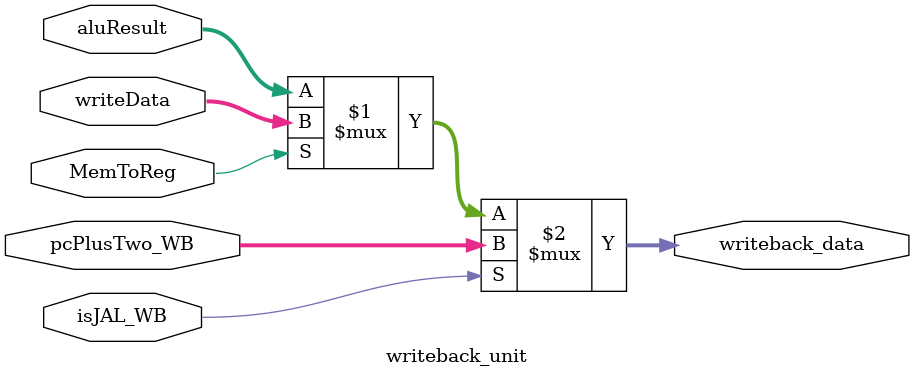
<source format=v>
module writeback_unit(
	   // inputs
	   aluResult, writeData, MemToReg, isJAL_WB, pcPlusTwo_WB,
	   // outputs
	   writeback_data
	);
	input MemToReg, isJAL_WB;
	input[15:0] aluResult, writeData, pcPlusTwo_WB;
	output [15:0] writeback_data;

	assign writeback_data = isJAL_WB ? pcPlusTwo_WB : (MemToReg ? writeData : aluResult); // this determines the value the testbench will write to register

endmodule

</source>
